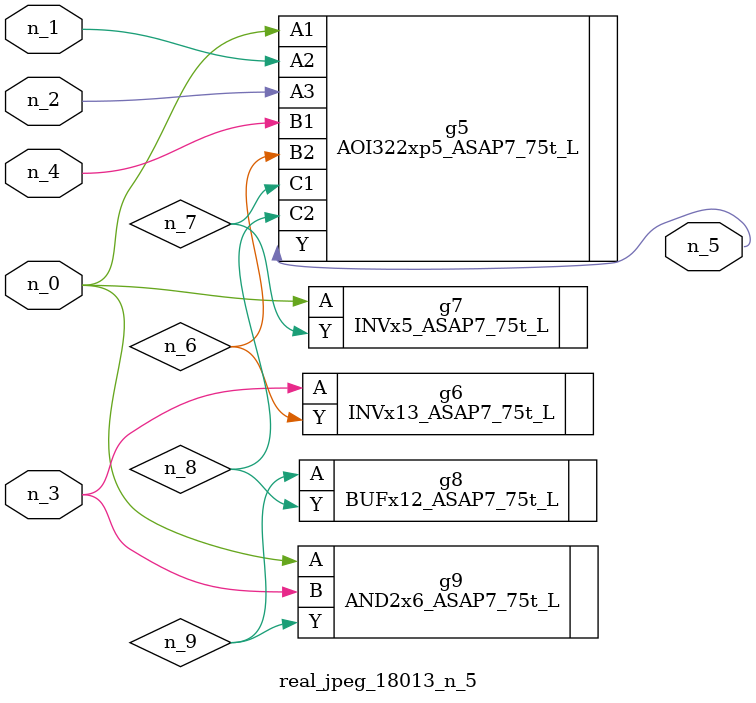
<source format=v>
module real_jpeg_18013_n_5 (n_4, n_0, n_1, n_2, n_3, n_5);

input n_4;
input n_0;
input n_1;
input n_2;
input n_3;

output n_5;

wire n_8;
wire n_6;
wire n_7;
wire n_9;

AOI322xp5_ASAP7_75t_L g5 ( 
.A1(n_0),
.A2(n_1),
.A3(n_2),
.B1(n_4),
.B2(n_6),
.C1(n_7),
.C2(n_8),
.Y(n_5)
);

INVx5_ASAP7_75t_L g7 ( 
.A(n_0),
.Y(n_7)
);

AND2x6_ASAP7_75t_L g9 ( 
.A(n_0),
.B(n_3),
.Y(n_9)
);

INVx13_ASAP7_75t_L g6 ( 
.A(n_3),
.Y(n_6)
);

BUFx12_ASAP7_75t_L g8 ( 
.A(n_9),
.Y(n_8)
);


endmodule
</source>
